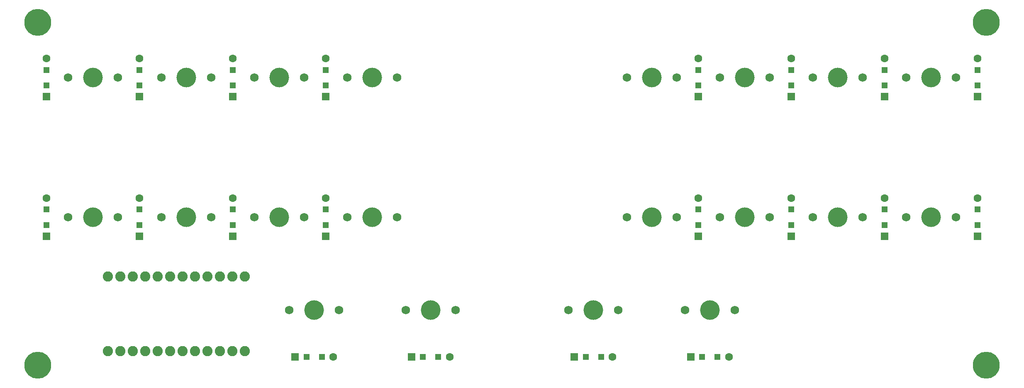
<source format=gts>
%TF.GenerationSoftware,KiCad,Pcbnew,(6.0.0)*%
%TF.CreationDate,2022-01-10T09:23:07+09:00*%
%TF.ProjectId,orca_pcb,6f726361-5f70-4636-922e-6b696361645f,rev?*%
%TF.SameCoordinates,Original*%
%TF.FileFunction,Soldermask,Top*%
%TF.FilePolarity,Negative*%
%FSLAX46Y46*%
G04 Gerber Fmt 4.6, Leading zero omitted, Abs format (unit mm)*
G04 Created by KiCad (PCBNEW (6.0.0)) date 2022-01-10 09:23:07*
%MOMM*%
%LPD*%
G01*
G04 APERTURE LIST*
%ADD10C,3.600000*%
%ADD11C,5.500000*%
%ADD12C,1.750000*%
%ADD13C,4.000000*%
%ADD14R,1.200000X1.200000*%
%ADD15R,1.600000X1.600000*%
%ADD16C,1.600000*%
%ADD17C,2.082800*%
G04 APERTURE END LIST*
D10*
%TO.C,REF01*%
X197750000Y74250000D03*
D11*
X197750000Y74250000D03*
%TD*%
D10*
%TO.C,REF03*%
X197750000Y4250000D03*
D11*
X197750000Y4250000D03*
%TD*%
D10*
%TO.C,REF02*%
X4250000Y4250000D03*
D11*
X4250000Y4250000D03*
%TD*%
D10*
%TO.C,REF00*%
X4250000Y74250000D03*
D11*
X4250000Y74250000D03*
%TD*%
D12*
%TO.C,K25*%
X146460000Y15500000D03*
X136300000Y15500000D03*
D13*
X141380000Y15500000D03*
%TD*%
D12*
%TO.C,K24*%
X122710000Y15500000D03*
X112550000Y15500000D03*
D13*
X117630000Y15500000D03*
%TD*%
%TO.C,K23*%
X84380000Y15500000D03*
D12*
X79300000Y15500000D03*
X89460000Y15500000D03*
%TD*%
%TO.C,K22*%
X65710000Y15500000D03*
X55550000Y15500000D03*
D13*
X60630000Y15500000D03*
%TD*%
D12*
%TO.C,K17*%
X191580000Y34500000D03*
X181420000Y34500000D03*
D13*
X186500000Y34500000D03*
%TD*%
D12*
%TO.C,K16*%
X172580000Y34500000D03*
X162420000Y34500000D03*
D13*
X167500000Y34500000D03*
%TD*%
D12*
%TO.C,K15*%
X153580000Y34500000D03*
X143420000Y34500000D03*
D13*
X148500000Y34500000D03*
%TD*%
%TO.C,K14*%
X129500000Y34500000D03*
D12*
X124420000Y34500000D03*
X134580000Y34500000D03*
%TD*%
%TO.C,K13*%
X77580000Y34500000D03*
X67420000Y34500000D03*
D13*
X72500000Y34500000D03*
%TD*%
D12*
%TO.C,K12*%
X58580000Y34500000D03*
X48420000Y34500000D03*
D13*
X53500000Y34500000D03*
%TD*%
%TO.C,K11*%
X34500000Y34500000D03*
D12*
X29420000Y34500000D03*
X39580000Y34500000D03*
%TD*%
%TO.C,K10*%
X20580000Y34500000D03*
X10420000Y34500000D03*
D13*
X15500000Y34500000D03*
%TD*%
D12*
%TO.C,K07*%
X191580000Y63000000D03*
X181420000Y63000000D03*
D13*
X186500000Y63000000D03*
%TD*%
D12*
%TO.C,K06*%
X172580000Y63000000D03*
X162420000Y63000000D03*
D13*
X167500000Y63000000D03*
%TD*%
D12*
%TO.C,K05*%
X153580000Y63000000D03*
X143420000Y63000000D03*
D13*
X148500000Y63000000D03*
%TD*%
D12*
%TO.C,K04*%
X134580000Y63000000D03*
X124420000Y63000000D03*
D13*
X129500000Y63000000D03*
%TD*%
D12*
%TO.C,K03*%
X77580000Y63000000D03*
X67420000Y63000000D03*
D13*
X72500000Y63000000D03*
%TD*%
D12*
%TO.C,K02*%
X58580000Y63000000D03*
X48420000Y63000000D03*
D13*
X53500000Y63000000D03*
%TD*%
D12*
%TO.C,K01*%
X39580000Y63000000D03*
X29420000Y63000000D03*
D13*
X34500000Y63000000D03*
%TD*%
D12*
%TO.C,K00*%
X20580000Y63000000D03*
X10420000Y63000000D03*
D13*
X15500000Y63000000D03*
%TD*%
D14*
%TO.C,D25*%
X142955000Y6000000D03*
X139805000Y6000000D03*
D15*
X137480000Y6000000D03*
D16*
X145280000Y6000000D03*
%TD*%
D14*
%TO.C,D24*%
X119205000Y6000000D03*
X116055000Y6000000D03*
D15*
X113730000Y6000000D03*
D16*
X121530000Y6000000D03*
%TD*%
D14*
%TO.C,D23*%
X85955000Y6000000D03*
X82805000Y6000000D03*
D15*
X80480000Y6000000D03*
D16*
X88280000Y6000000D03*
%TD*%
D14*
%TO.C,D22*%
X62205000Y6000000D03*
X59055000Y6000000D03*
D15*
X56730000Y6000000D03*
D16*
X64530000Y6000000D03*
%TD*%
D14*
%TO.C,D17*%
X196000000Y36075000D03*
X196000000Y32925000D03*
D15*
X196000000Y30600000D03*
D16*
X196000000Y38400000D03*
%TD*%
%TO.C,D16*%
X177000000Y38400000D03*
D15*
X177000000Y30600000D03*
D14*
X177000000Y32925000D03*
X177000000Y36075000D03*
%TD*%
%TO.C,D15*%
X158000000Y36075000D03*
X158000000Y32925000D03*
D15*
X158000000Y30600000D03*
D16*
X158000000Y38400000D03*
%TD*%
D14*
%TO.C,D14*%
X139000000Y36075000D03*
X139000000Y32925000D03*
D15*
X139000000Y30600000D03*
D16*
X139000000Y38400000D03*
%TD*%
D14*
%TO.C,D13*%
X63000000Y36075000D03*
X63000000Y32925000D03*
D15*
X63000000Y30600000D03*
D16*
X63000000Y38400000D03*
%TD*%
D14*
%TO.C,D12*%
X44000000Y36075000D03*
X44000000Y32925000D03*
D15*
X44000000Y30600000D03*
D16*
X44000000Y38400000D03*
%TD*%
D14*
%TO.C,D11*%
X25000000Y36075000D03*
X25000000Y32925000D03*
D15*
X25000000Y30600000D03*
D16*
X25000000Y38400000D03*
%TD*%
D14*
%TO.C,D10*%
X6000000Y36075000D03*
X6000000Y32925000D03*
D15*
X6000000Y30600000D03*
D16*
X6000000Y38400000D03*
%TD*%
D14*
%TO.C,D07*%
X196000000Y64575000D03*
X196000000Y61425000D03*
D15*
X196000000Y59100000D03*
D16*
X196000000Y66900000D03*
%TD*%
D14*
%TO.C,D06*%
X177000000Y64575000D03*
X177000000Y61425000D03*
D15*
X177000000Y59100000D03*
D16*
X177000000Y66900000D03*
%TD*%
D14*
%TO.C,D05*%
X158000000Y64575000D03*
X158000000Y61425000D03*
D15*
X158000000Y59100000D03*
D16*
X158000000Y66900000D03*
%TD*%
D14*
%TO.C,D04*%
X139000000Y64575000D03*
X139000000Y61425000D03*
D15*
X139000000Y59100000D03*
D16*
X139000000Y66900000D03*
%TD*%
D14*
%TO.C,D03*%
X63000000Y64575000D03*
X63000000Y61425000D03*
D15*
X63000000Y59100000D03*
D16*
X63000000Y66900000D03*
%TD*%
%TO.C,D02*%
X44000000Y66900000D03*
D15*
X44000000Y59100000D03*
D14*
X44000000Y61425000D03*
X44000000Y64575000D03*
%TD*%
%TO.C,D01*%
X25000000Y64575000D03*
X25000000Y61425000D03*
D15*
X25000000Y59100000D03*
D16*
X25000000Y66900000D03*
%TD*%
D14*
%TO.C,D00*%
X6000000Y64575000D03*
X6000000Y61425000D03*
D15*
X6000000Y59100000D03*
D16*
X6000000Y66900000D03*
%TD*%
D17*
%TO.C,B0*%
X18550000Y22370000D03*
X21090000Y22370000D03*
X23630000Y22370000D03*
X26170000Y22370000D03*
X28710000Y22370000D03*
X31250000Y22370000D03*
X33790000Y22370000D03*
X36330000Y22370000D03*
X38870000Y22370000D03*
X41410000Y22370000D03*
X43950000Y22370000D03*
X46490000Y22370000D03*
X46490000Y7130000D03*
X43950000Y7130000D03*
X41410000Y7130000D03*
X38870000Y7130000D03*
X36330000Y7130000D03*
X33790000Y7130000D03*
X31250000Y7130000D03*
X28710000Y7130000D03*
X26170000Y7130000D03*
X23630000Y7130000D03*
X21090000Y7130000D03*
X18550000Y7130000D03*
%TD*%
M02*

</source>
